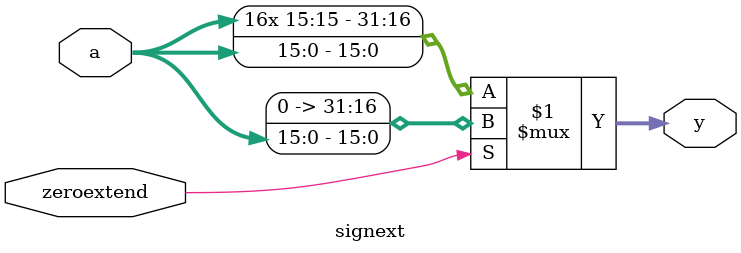
<source format=v>
module signext(input  wire [15:0] a,
               input  wire        zeroextend, //Signs or zero extends for li instruction
               output wire [31:0] y);
  assign y = zeroextend ? {16'b0, a} : {{16{a[15]}}, a}; 
endmodule
</source>
